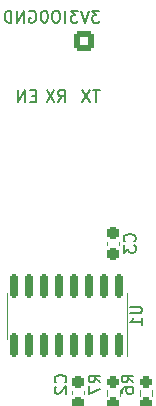
<source format=gbo>
%TF.GenerationSoftware,KiCad,Pcbnew,7.0.7*%
%TF.CreationDate,2023-09-20T03:29:36+03:00*%
%TF.ProjectId,TPB v1.1,54504220-7631-42e3-912e-6b696361645f,rev?*%
%TF.SameCoordinates,Original*%
%TF.FileFunction,Legend,Bot*%
%TF.FilePolarity,Positive*%
%FSLAX46Y46*%
G04 Gerber Fmt 4.6, Leading zero omitted, Abs format (unit mm)*
G04 Created by KiCad (PCBNEW 7.0.7) date 2023-09-20 03:29:36*
%MOMM*%
%LPD*%
G01*
G04 APERTURE LIST*
G04 Aperture macros list*
%AMRoundRect*
0 Rectangle with rounded corners*
0 $1 Rounding radius*
0 $2 $3 $4 $5 $6 $7 $8 $9 X,Y pos of 4 corners*
0 Add a 4 corners polygon primitive as box body*
4,1,4,$2,$3,$4,$5,$6,$7,$8,$9,$2,$3,0*
0 Add four circle primitives for the rounded corners*
1,1,$1+$1,$2,$3*
1,1,$1+$1,$4,$5*
1,1,$1+$1,$6,$7*
1,1,$1+$1,$8,$9*
0 Add four rect primitives between the rounded corners*
20,1,$1+$1,$2,$3,$4,$5,0*
20,1,$1+$1,$4,$5,$6,$7,0*
20,1,$1+$1,$6,$7,$8,$9,0*
20,1,$1+$1,$8,$9,$2,$3,0*%
G04 Aperture macros list end*
%ADD10C,0.150000*%
%ADD11C,0.120000*%
%ADD12RoundRect,0.250000X-0.600000X0.600000X-0.600000X-0.600000X0.600000X-0.600000X0.600000X0.600000X0*%
%ADD13C,1.700000*%
%ADD14C,0.700000*%
%ADD15O,0.900000X2.000000*%
%ADD16RoundRect,0.150000X0.150000X-0.825000X0.150000X0.825000X-0.150000X0.825000X-0.150000X-0.825000X0*%
%ADD17RoundRect,0.237500X-0.237500X0.250000X-0.237500X-0.250000X0.237500X-0.250000X0.237500X0.250000X0*%
%ADD18RoundRect,0.237500X0.237500X-0.300000X0.237500X0.300000X-0.237500X0.300000X-0.237500X-0.300000X0*%
%ADD19RoundRect,0.237500X-0.237500X0.300000X-0.237500X-0.300000X0.237500X-0.300000X0.237500X0.300000X0*%
G04 APERTURE END LIST*
D10*
X55091792Y-154369819D02*
X55425125Y-153893628D01*
X55663220Y-154369819D02*
X55663220Y-153369819D01*
X55663220Y-153369819D02*
X55282268Y-153369819D01*
X55282268Y-153369819D02*
X55187030Y-153417438D01*
X55187030Y-153417438D02*
X55139411Y-153465057D01*
X55139411Y-153465057D02*
X55091792Y-153560295D01*
X55091792Y-153560295D02*
X55091792Y-153703152D01*
X55091792Y-153703152D02*
X55139411Y-153798390D01*
X55139411Y-153798390D02*
X55187030Y-153846009D01*
X55187030Y-153846009D02*
X55282268Y-153893628D01*
X55282268Y-153893628D02*
X55663220Y-153893628D01*
X54758458Y-153369819D02*
X54091792Y-154369819D01*
X54091792Y-153369819D02*
X54758458Y-154369819D01*
X58558458Y-146669819D02*
X57939411Y-146669819D01*
X57939411Y-146669819D02*
X58272744Y-147050771D01*
X58272744Y-147050771D02*
X58129887Y-147050771D01*
X58129887Y-147050771D02*
X58034649Y-147098390D01*
X58034649Y-147098390D02*
X57987030Y-147146009D01*
X57987030Y-147146009D02*
X57939411Y-147241247D01*
X57939411Y-147241247D02*
X57939411Y-147479342D01*
X57939411Y-147479342D02*
X57987030Y-147574580D01*
X57987030Y-147574580D02*
X58034649Y-147622200D01*
X58034649Y-147622200D02*
X58129887Y-147669819D01*
X58129887Y-147669819D02*
X58415601Y-147669819D01*
X58415601Y-147669819D02*
X58510839Y-147622200D01*
X58510839Y-147622200D02*
X58558458Y-147574580D01*
X57653696Y-146669819D02*
X57320363Y-147669819D01*
X57320363Y-147669819D02*
X56987030Y-146669819D01*
X56748934Y-146669819D02*
X56129887Y-146669819D01*
X56129887Y-146669819D02*
X56463220Y-147050771D01*
X56463220Y-147050771D02*
X56320363Y-147050771D01*
X56320363Y-147050771D02*
X56225125Y-147098390D01*
X56225125Y-147098390D02*
X56177506Y-147146009D01*
X56177506Y-147146009D02*
X56129887Y-147241247D01*
X56129887Y-147241247D02*
X56129887Y-147479342D01*
X56129887Y-147479342D02*
X56177506Y-147574580D01*
X56177506Y-147574580D02*
X56225125Y-147622200D01*
X56225125Y-147622200D02*
X56320363Y-147669819D01*
X56320363Y-147669819D02*
X56606077Y-147669819D01*
X56606077Y-147669819D02*
X56701315Y-147622200D01*
X56701315Y-147622200D02*
X56748934Y-147574580D01*
X55663220Y-147669819D02*
X55663220Y-146669819D01*
X54996554Y-146669819D02*
X54806078Y-146669819D01*
X54806078Y-146669819D02*
X54710840Y-146717438D01*
X54710840Y-146717438D02*
X54615602Y-146812676D01*
X54615602Y-146812676D02*
X54567983Y-147003152D01*
X54567983Y-147003152D02*
X54567983Y-147336485D01*
X54567983Y-147336485D02*
X54615602Y-147526961D01*
X54615602Y-147526961D02*
X54710840Y-147622200D01*
X54710840Y-147622200D02*
X54806078Y-147669819D01*
X54806078Y-147669819D02*
X54996554Y-147669819D01*
X54996554Y-147669819D02*
X55091792Y-147622200D01*
X55091792Y-147622200D02*
X55187030Y-147526961D01*
X55187030Y-147526961D02*
X55234649Y-147336485D01*
X55234649Y-147336485D02*
X55234649Y-147003152D01*
X55234649Y-147003152D02*
X55187030Y-146812676D01*
X55187030Y-146812676D02*
X55091792Y-146717438D01*
X55091792Y-146717438D02*
X54996554Y-146669819D01*
X53948935Y-146669819D02*
X53853697Y-146669819D01*
X53853697Y-146669819D02*
X53758459Y-146717438D01*
X53758459Y-146717438D02*
X53710840Y-146765057D01*
X53710840Y-146765057D02*
X53663221Y-146860295D01*
X53663221Y-146860295D02*
X53615602Y-147050771D01*
X53615602Y-147050771D02*
X53615602Y-147288866D01*
X53615602Y-147288866D02*
X53663221Y-147479342D01*
X53663221Y-147479342D02*
X53710840Y-147574580D01*
X53710840Y-147574580D02*
X53758459Y-147622200D01*
X53758459Y-147622200D02*
X53853697Y-147669819D01*
X53853697Y-147669819D02*
X53948935Y-147669819D01*
X53948935Y-147669819D02*
X54044173Y-147622200D01*
X54044173Y-147622200D02*
X54091792Y-147574580D01*
X54091792Y-147574580D02*
X54139411Y-147479342D01*
X54139411Y-147479342D02*
X54187030Y-147288866D01*
X54187030Y-147288866D02*
X54187030Y-147050771D01*
X54187030Y-147050771D02*
X54139411Y-146860295D01*
X54139411Y-146860295D02*
X54091792Y-146765057D01*
X54091792Y-146765057D02*
X54044173Y-146717438D01*
X54044173Y-146717438D02*
X53948935Y-146669819D01*
X52639411Y-146717438D02*
X52734649Y-146669819D01*
X52734649Y-146669819D02*
X52877506Y-146669819D01*
X52877506Y-146669819D02*
X53020363Y-146717438D01*
X53020363Y-146717438D02*
X53115601Y-146812676D01*
X53115601Y-146812676D02*
X53163220Y-146907914D01*
X53163220Y-146907914D02*
X53210839Y-147098390D01*
X53210839Y-147098390D02*
X53210839Y-147241247D01*
X53210839Y-147241247D02*
X53163220Y-147431723D01*
X53163220Y-147431723D02*
X53115601Y-147526961D01*
X53115601Y-147526961D02*
X53020363Y-147622200D01*
X53020363Y-147622200D02*
X52877506Y-147669819D01*
X52877506Y-147669819D02*
X52782268Y-147669819D01*
X52782268Y-147669819D02*
X52639411Y-147622200D01*
X52639411Y-147622200D02*
X52591792Y-147574580D01*
X52591792Y-147574580D02*
X52591792Y-147241247D01*
X52591792Y-147241247D02*
X52782268Y-147241247D01*
X52163220Y-147669819D02*
X52163220Y-146669819D01*
X52163220Y-146669819D02*
X51591792Y-147669819D01*
X51591792Y-147669819D02*
X51591792Y-146669819D01*
X51115601Y-147669819D02*
X51115601Y-146669819D01*
X51115601Y-146669819D02*
X50877506Y-146669819D01*
X50877506Y-146669819D02*
X50734649Y-146717438D01*
X50734649Y-146717438D02*
X50639411Y-146812676D01*
X50639411Y-146812676D02*
X50591792Y-146907914D01*
X50591792Y-146907914D02*
X50544173Y-147098390D01*
X50544173Y-147098390D02*
X50544173Y-147241247D01*
X50544173Y-147241247D02*
X50591792Y-147431723D01*
X50591792Y-147431723D02*
X50639411Y-147526961D01*
X50639411Y-147526961D02*
X50734649Y-147622200D01*
X50734649Y-147622200D02*
X50877506Y-147669819D01*
X50877506Y-147669819D02*
X51115601Y-147669819D01*
X58606077Y-153369819D02*
X58034649Y-153369819D01*
X58320363Y-154369819D02*
X58320363Y-153369819D01*
X57796553Y-153369819D02*
X57129887Y-154369819D01*
X57129887Y-153369819D02*
X57796553Y-154369819D01*
X53163220Y-153846009D02*
X52829887Y-153846009D01*
X52687030Y-154369819D02*
X53163220Y-154369819D01*
X53163220Y-154369819D02*
X53163220Y-153369819D01*
X53163220Y-153369819D02*
X52687030Y-153369819D01*
X52258458Y-154369819D02*
X52258458Y-153369819D01*
X52258458Y-153369819D02*
X51687030Y-154369819D01*
X51687030Y-154369819D02*
X51687030Y-153369819D01*
X61179819Y-171713095D02*
X61989342Y-171713095D01*
X61989342Y-171713095D02*
X62084580Y-171760714D01*
X62084580Y-171760714D02*
X62132200Y-171808333D01*
X62132200Y-171808333D02*
X62179819Y-171903571D01*
X62179819Y-171903571D02*
X62179819Y-172094047D01*
X62179819Y-172094047D02*
X62132200Y-172189285D01*
X62132200Y-172189285D02*
X62084580Y-172236904D01*
X62084580Y-172236904D02*
X61989342Y-172284523D01*
X61989342Y-172284523D02*
X61179819Y-172284523D01*
X62179819Y-173284523D02*
X62179819Y-172713095D01*
X62179819Y-172998809D02*
X61179819Y-172998809D01*
X61179819Y-172998809D02*
X61322676Y-172903571D01*
X61322676Y-172903571D02*
X61417914Y-172808333D01*
X61417914Y-172808333D02*
X61465533Y-172713095D01*
X61454819Y-178133333D02*
X60978628Y-177800000D01*
X61454819Y-177561905D02*
X60454819Y-177561905D01*
X60454819Y-177561905D02*
X60454819Y-177942857D01*
X60454819Y-177942857D02*
X60502438Y-178038095D01*
X60502438Y-178038095D02*
X60550057Y-178085714D01*
X60550057Y-178085714D02*
X60645295Y-178133333D01*
X60645295Y-178133333D02*
X60788152Y-178133333D01*
X60788152Y-178133333D02*
X60883390Y-178085714D01*
X60883390Y-178085714D02*
X60931009Y-178038095D01*
X60931009Y-178038095D02*
X60978628Y-177942857D01*
X60978628Y-177942857D02*
X60978628Y-177561905D01*
X60454819Y-178990476D02*
X60454819Y-178800000D01*
X60454819Y-178800000D02*
X60502438Y-178704762D01*
X60502438Y-178704762D02*
X60550057Y-178657143D01*
X60550057Y-178657143D02*
X60692914Y-178561905D01*
X60692914Y-178561905D02*
X60883390Y-178514286D01*
X60883390Y-178514286D02*
X61264342Y-178514286D01*
X61264342Y-178514286D02*
X61359580Y-178561905D01*
X61359580Y-178561905D02*
X61407200Y-178609524D01*
X61407200Y-178609524D02*
X61454819Y-178704762D01*
X61454819Y-178704762D02*
X61454819Y-178895238D01*
X61454819Y-178895238D02*
X61407200Y-178990476D01*
X61407200Y-178990476D02*
X61359580Y-179038095D01*
X61359580Y-179038095D02*
X61264342Y-179085714D01*
X61264342Y-179085714D02*
X61026247Y-179085714D01*
X61026247Y-179085714D02*
X60931009Y-179038095D01*
X60931009Y-179038095D02*
X60883390Y-178990476D01*
X60883390Y-178990476D02*
X60835771Y-178895238D01*
X60835771Y-178895238D02*
X60835771Y-178704762D01*
X60835771Y-178704762D02*
X60883390Y-178609524D01*
X60883390Y-178609524D02*
X60931009Y-178561905D01*
X60931009Y-178561905D02*
X61026247Y-178514286D01*
X61539580Y-166203333D02*
X61587200Y-166155714D01*
X61587200Y-166155714D02*
X61634819Y-166012857D01*
X61634819Y-166012857D02*
X61634819Y-165917619D01*
X61634819Y-165917619D02*
X61587200Y-165774762D01*
X61587200Y-165774762D02*
X61491961Y-165679524D01*
X61491961Y-165679524D02*
X61396723Y-165631905D01*
X61396723Y-165631905D02*
X61206247Y-165584286D01*
X61206247Y-165584286D02*
X61063390Y-165584286D01*
X61063390Y-165584286D02*
X60872914Y-165631905D01*
X60872914Y-165631905D02*
X60777676Y-165679524D01*
X60777676Y-165679524D02*
X60682438Y-165774762D01*
X60682438Y-165774762D02*
X60634819Y-165917619D01*
X60634819Y-165917619D02*
X60634819Y-166012857D01*
X60634819Y-166012857D02*
X60682438Y-166155714D01*
X60682438Y-166155714D02*
X60730057Y-166203333D01*
X60634819Y-166536667D02*
X60634819Y-167155714D01*
X60634819Y-167155714D02*
X61015771Y-166822381D01*
X61015771Y-166822381D02*
X61015771Y-166965238D01*
X61015771Y-166965238D02*
X61063390Y-167060476D01*
X61063390Y-167060476D02*
X61111009Y-167108095D01*
X61111009Y-167108095D02*
X61206247Y-167155714D01*
X61206247Y-167155714D02*
X61444342Y-167155714D01*
X61444342Y-167155714D02*
X61539580Y-167108095D01*
X61539580Y-167108095D02*
X61587200Y-167060476D01*
X61587200Y-167060476D02*
X61634819Y-166965238D01*
X61634819Y-166965238D02*
X61634819Y-166679524D01*
X61634819Y-166679524D02*
X61587200Y-166584286D01*
X61587200Y-166584286D02*
X61539580Y-166536667D01*
X58654819Y-178133333D02*
X58178628Y-177800000D01*
X58654819Y-177561905D02*
X57654819Y-177561905D01*
X57654819Y-177561905D02*
X57654819Y-177942857D01*
X57654819Y-177942857D02*
X57702438Y-178038095D01*
X57702438Y-178038095D02*
X57750057Y-178085714D01*
X57750057Y-178085714D02*
X57845295Y-178133333D01*
X57845295Y-178133333D02*
X57988152Y-178133333D01*
X57988152Y-178133333D02*
X58083390Y-178085714D01*
X58083390Y-178085714D02*
X58131009Y-178038095D01*
X58131009Y-178038095D02*
X58178628Y-177942857D01*
X58178628Y-177942857D02*
X58178628Y-177561905D01*
X57654819Y-178466667D02*
X57654819Y-179133333D01*
X57654819Y-179133333D02*
X58654819Y-178704762D01*
X55679580Y-178133333D02*
X55727200Y-178085714D01*
X55727200Y-178085714D02*
X55774819Y-177942857D01*
X55774819Y-177942857D02*
X55774819Y-177847619D01*
X55774819Y-177847619D02*
X55727200Y-177704762D01*
X55727200Y-177704762D02*
X55631961Y-177609524D01*
X55631961Y-177609524D02*
X55536723Y-177561905D01*
X55536723Y-177561905D02*
X55346247Y-177514286D01*
X55346247Y-177514286D02*
X55203390Y-177514286D01*
X55203390Y-177514286D02*
X55012914Y-177561905D01*
X55012914Y-177561905D02*
X54917676Y-177609524D01*
X54917676Y-177609524D02*
X54822438Y-177704762D01*
X54822438Y-177704762D02*
X54774819Y-177847619D01*
X54774819Y-177847619D02*
X54774819Y-177942857D01*
X54774819Y-177942857D02*
X54822438Y-178085714D01*
X54822438Y-178085714D02*
X54870057Y-178133333D01*
X54870057Y-178514286D02*
X54822438Y-178561905D01*
X54822438Y-178561905D02*
X54774819Y-178657143D01*
X54774819Y-178657143D02*
X54774819Y-178895238D01*
X54774819Y-178895238D02*
X54822438Y-178990476D01*
X54822438Y-178990476D02*
X54870057Y-179038095D01*
X54870057Y-179038095D02*
X54965295Y-179085714D01*
X54965295Y-179085714D02*
X55060533Y-179085714D01*
X55060533Y-179085714D02*
X55203390Y-179038095D01*
X55203390Y-179038095D02*
X55774819Y-178466667D01*
X55774819Y-178466667D02*
X55774819Y-179085714D01*
D11*
%TO.C,U1*%
X50765000Y-172475000D02*
X50765000Y-174425000D01*
X50765000Y-172475000D02*
X50765000Y-170525000D01*
X60885000Y-172475000D02*
X60885000Y-175925000D01*
X60885000Y-172475000D02*
X60885000Y-170525000D01*
%TO.C,R6*%
X63022500Y-178745276D02*
X63022500Y-179254724D01*
X61977500Y-178745276D02*
X61977500Y-179254724D01*
%TO.C,C3*%
X59240000Y-166516267D02*
X59240000Y-166223733D01*
X60260000Y-166516267D02*
X60260000Y-166223733D01*
%TO.C,R7*%
X60272500Y-178745276D02*
X60272500Y-179254724D01*
X59227500Y-178745276D02*
X59227500Y-179254724D01*
%TO.C,C2*%
X57260000Y-178853733D02*
X57260000Y-179146267D01*
X56240000Y-178853733D02*
X56240000Y-179146267D01*
%TD*%
%LPC*%
D12*
%TO.C,J1*%
X57295000Y-149247500D03*
D13*
X57295000Y-151787500D03*
X54755000Y-149247500D03*
X54755000Y-151787500D03*
X52215000Y-149247500D03*
X52215000Y-151787500D03*
%TD*%
D14*
%TO.C,CN1*%
X51975000Y-183877313D03*
X57775000Y-183877313D03*
D15*
X50425000Y-183387313D03*
X59075000Y-183387313D03*
X50425000Y-187557313D03*
X59075000Y-187557313D03*
%TD*%
D16*
%TO.C,U1*%
X60270000Y-174950000D03*
X59000000Y-174950000D03*
X57730000Y-174950000D03*
X56460000Y-174950000D03*
X55190000Y-174950000D03*
X53920000Y-174950000D03*
X52650000Y-174950000D03*
X51380000Y-174950000D03*
X51380000Y-170000000D03*
X52650000Y-170000000D03*
X53920000Y-170000000D03*
X55190000Y-170000000D03*
X56460000Y-170000000D03*
X57730000Y-170000000D03*
X59000000Y-170000000D03*
X60270000Y-170000000D03*
%TD*%
D17*
%TO.C,R6*%
X62500000Y-178087500D03*
X62500000Y-179912500D03*
%TD*%
D18*
%TO.C,C3*%
X59750000Y-167232500D03*
X59750000Y-165507500D03*
%TD*%
D17*
%TO.C,R7*%
X59750000Y-178087500D03*
X59750000Y-179912500D03*
%TD*%
D19*
%TO.C,C2*%
X56750000Y-178137500D03*
X56750000Y-179862500D03*
%TD*%
%LPD*%
M02*

</source>
